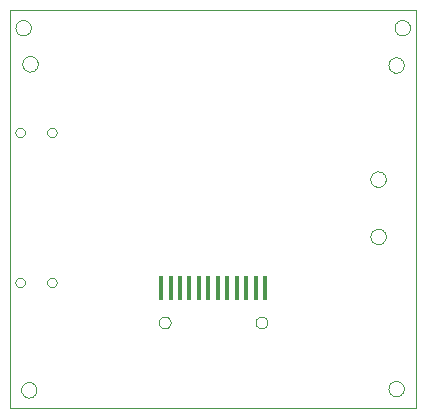
<source format=gtp>
G75*
G70*
%OFA0B0*%
%FSLAX24Y24*%
%IPPOS*%
%LPD*%
%AMOC8*
5,1,8,0,0,1.08239X$1,22.5*
%
%ADD10C,0.0000*%
%ADD11R,0.0157X0.0787*%
D10*
X000174Y000263D02*
X000174Y013537D01*
X013690Y013537D01*
X013690Y000263D01*
X000174Y000263D01*
X000540Y000869D02*
X000542Y000900D01*
X000548Y000931D01*
X000557Y000961D01*
X000570Y000990D01*
X000587Y001017D01*
X000607Y001041D01*
X000629Y001063D01*
X000655Y001082D01*
X000682Y001098D01*
X000711Y001110D01*
X000741Y001119D01*
X000772Y001124D01*
X000804Y001125D01*
X000835Y001122D01*
X000866Y001115D01*
X000896Y001105D01*
X000924Y001091D01*
X000950Y001073D01*
X000974Y001053D01*
X000995Y001029D01*
X001014Y001004D01*
X001029Y000976D01*
X001040Y000947D01*
X001048Y000916D01*
X001052Y000885D01*
X001052Y000853D01*
X001048Y000822D01*
X001040Y000791D01*
X001029Y000762D01*
X001014Y000734D01*
X000995Y000709D01*
X000974Y000685D01*
X000950Y000665D01*
X000924Y000647D01*
X000896Y000633D01*
X000866Y000623D01*
X000835Y000616D01*
X000804Y000613D01*
X000772Y000614D01*
X000741Y000619D01*
X000711Y000628D01*
X000682Y000640D01*
X000655Y000656D01*
X000629Y000675D01*
X000607Y000697D01*
X000587Y000721D01*
X000570Y000748D01*
X000557Y000777D01*
X000548Y000807D01*
X000542Y000838D01*
X000540Y000869D01*
X000348Y004448D02*
X000350Y004473D01*
X000356Y004497D01*
X000365Y004519D01*
X000378Y004540D01*
X000394Y004559D01*
X000413Y004575D01*
X000434Y004588D01*
X000456Y004597D01*
X000480Y004603D01*
X000505Y004605D01*
X000530Y004603D01*
X000554Y004597D01*
X000576Y004588D01*
X000597Y004575D01*
X000616Y004559D01*
X000632Y004540D01*
X000645Y004519D01*
X000654Y004497D01*
X000660Y004473D01*
X000662Y004448D01*
X000660Y004423D01*
X000654Y004399D01*
X000645Y004377D01*
X000632Y004356D01*
X000616Y004337D01*
X000597Y004321D01*
X000576Y004308D01*
X000554Y004299D01*
X000530Y004293D01*
X000505Y004291D01*
X000480Y004293D01*
X000456Y004299D01*
X000434Y004308D01*
X000413Y004321D01*
X000394Y004337D01*
X000378Y004356D01*
X000365Y004377D01*
X000356Y004399D01*
X000350Y004423D01*
X000348Y004448D01*
X001411Y004448D02*
X001413Y004473D01*
X001419Y004497D01*
X001428Y004519D01*
X001441Y004540D01*
X001457Y004559D01*
X001476Y004575D01*
X001497Y004588D01*
X001519Y004597D01*
X001543Y004603D01*
X001568Y004605D01*
X001593Y004603D01*
X001617Y004597D01*
X001639Y004588D01*
X001660Y004575D01*
X001679Y004559D01*
X001695Y004540D01*
X001708Y004519D01*
X001717Y004497D01*
X001723Y004473D01*
X001725Y004448D01*
X001723Y004423D01*
X001717Y004399D01*
X001708Y004377D01*
X001695Y004356D01*
X001679Y004337D01*
X001660Y004321D01*
X001639Y004308D01*
X001617Y004299D01*
X001593Y004293D01*
X001568Y004291D01*
X001543Y004293D01*
X001519Y004299D01*
X001497Y004308D01*
X001476Y004321D01*
X001457Y004337D01*
X001441Y004356D01*
X001428Y004377D01*
X001419Y004399D01*
X001413Y004423D01*
X001411Y004448D01*
X005127Y003113D02*
X005129Y003140D01*
X005135Y003167D01*
X005144Y003193D01*
X005157Y003217D01*
X005173Y003240D01*
X005192Y003259D01*
X005214Y003276D01*
X005238Y003290D01*
X005263Y003300D01*
X005290Y003307D01*
X005317Y003310D01*
X005345Y003309D01*
X005372Y003304D01*
X005398Y003296D01*
X005422Y003284D01*
X005445Y003268D01*
X005466Y003250D01*
X005483Y003229D01*
X005498Y003205D01*
X005509Y003180D01*
X005517Y003154D01*
X005521Y003127D01*
X005521Y003099D01*
X005517Y003072D01*
X005509Y003046D01*
X005498Y003021D01*
X005483Y002997D01*
X005466Y002976D01*
X005445Y002958D01*
X005423Y002942D01*
X005398Y002930D01*
X005372Y002922D01*
X005345Y002917D01*
X005317Y002916D01*
X005290Y002919D01*
X005263Y002926D01*
X005238Y002936D01*
X005214Y002950D01*
X005192Y002967D01*
X005173Y002986D01*
X005157Y003009D01*
X005144Y003033D01*
X005135Y003059D01*
X005129Y003086D01*
X005127Y003113D01*
X008355Y003113D02*
X008357Y003140D01*
X008363Y003167D01*
X008372Y003193D01*
X008385Y003217D01*
X008401Y003240D01*
X008420Y003259D01*
X008442Y003276D01*
X008466Y003290D01*
X008491Y003300D01*
X008518Y003307D01*
X008545Y003310D01*
X008573Y003309D01*
X008600Y003304D01*
X008626Y003296D01*
X008650Y003284D01*
X008673Y003268D01*
X008694Y003250D01*
X008711Y003229D01*
X008726Y003205D01*
X008737Y003180D01*
X008745Y003154D01*
X008749Y003127D01*
X008749Y003099D01*
X008745Y003072D01*
X008737Y003046D01*
X008726Y003021D01*
X008711Y002997D01*
X008694Y002976D01*
X008673Y002958D01*
X008651Y002942D01*
X008626Y002930D01*
X008600Y002922D01*
X008573Y002917D01*
X008545Y002916D01*
X008518Y002919D01*
X008491Y002926D01*
X008466Y002936D01*
X008442Y002950D01*
X008420Y002967D01*
X008401Y002986D01*
X008385Y003009D01*
X008372Y003033D01*
X008363Y003059D01*
X008357Y003086D01*
X008355Y003113D01*
X012182Y005983D02*
X012184Y006014D01*
X012190Y006045D01*
X012199Y006075D01*
X012212Y006104D01*
X012229Y006131D01*
X012249Y006155D01*
X012271Y006177D01*
X012297Y006196D01*
X012324Y006212D01*
X012353Y006224D01*
X012383Y006233D01*
X012414Y006238D01*
X012446Y006239D01*
X012477Y006236D01*
X012508Y006229D01*
X012538Y006219D01*
X012566Y006205D01*
X012592Y006187D01*
X012616Y006167D01*
X012637Y006143D01*
X012656Y006118D01*
X012671Y006090D01*
X012682Y006061D01*
X012690Y006030D01*
X012694Y005999D01*
X012694Y005967D01*
X012690Y005936D01*
X012682Y005905D01*
X012671Y005876D01*
X012656Y005848D01*
X012637Y005823D01*
X012616Y005799D01*
X012592Y005779D01*
X012566Y005761D01*
X012538Y005747D01*
X012508Y005737D01*
X012477Y005730D01*
X012446Y005727D01*
X012414Y005728D01*
X012383Y005733D01*
X012353Y005742D01*
X012324Y005754D01*
X012297Y005770D01*
X012271Y005789D01*
X012249Y005811D01*
X012229Y005835D01*
X012212Y005862D01*
X012199Y005891D01*
X012190Y005921D01*
X012184Y005952D01*
X012182Y005983D01*
X012182Y007893D02*
X012184Y007924D01*
X012190Y007955D01*
X012199Y007985D01*
X012212Y008014D01*
X012229Y008041D01*
X012249Y008065D01*
X012271Y008087D01*
X012297Y008106D01*
X012324Y008122D01*
X012353Y008134D01*
X012383Y008143D01*
X012414Y008148D01*
X012446Y008149D01*
X012477Y008146D01*
X012508Y008139D01*
X012538Y008129D01*
X012566Y008115D01*
X012592Y008097D01*
X012616Y008077D01*
X012637Y008053D01*
X012656Y008028D01*
X012671Y008000D01*
X012682Y007971D01*
X012690Y007940D01*
X012694Y007909D01*
X012694Y007877D01*
X012690Y007846D01*
X012682Y007815D01*
X012671Y007786D01*
X012656Y007758D01*
X012637Y007733D01*
X012616Y007709D01*
X012592Y007689D01*
X012566Y007671D01*
X012538Y007657D01*
X012508Y007647D01*
X012477Y007640D01*
X012446Y007637D01*
X012414Y007638D01*
X012383Y007643D01*
X012353Y007652D01*
X012324Y007664D01*
X012297Y007680D01*
X012271Y007699D01*
X012249Y007721D01*
X012229Y007745D01*
X012212Y007772D01*
X012199Y007801D01*
X012190Y007831D01*
X012184Y007862D01*
X012182Y007893D01*
X012784Y011696D02*
X012786Y011727D01*
X012792Y011758D01*
X012801Y011788D01*
X012814Y011817D01*
X012831Y011844D01*
X012851Y011868D01*
X012873Y011890D01*
X012899Y011909D01*
X012926Y011925D01*
X012955Y011937D01*
X012985Y011946D01*
X013016Y011951D01*
X013048Y011952D01*
X013079Y011949D01*
X013110Y011942D01*
X013140Y011932D01*
X013168Y011918D01*
X013194Y011900D01*
X013218Y011880D01*
X013239Y011856D01*
X013258Y011831D01*
X013273Y011803D01*
X013284Y011774D01*
X013292Y011743D01*
X013296Y011712D01*
X013296Y011680D01*
X013292Y011649D01*
X013284Y011618D01*
X013273Y011589D01*
X013258Y011561D01*
X013239Y011536D01*
X013218Y011512D01*
X013194Y011492D01*
X013168Y011474D01*
X013140Y011460D01*
X013110Y011450D01*
X013079Y011443D01*
X013048Y011440D01*
X013016Y011441D01*
X012985Y011446D01*
X012955Y011455D01*
X012926Y011467D01*
X012899Y011483D01*
X012873Y011502D01*
X012851Y011524D01*
X012831Y011548D01*
X012814Y011575D01*
X012801Y011604D01*
X012792Y011634D01*
X012786Y011665D01*
X012784Y011696D01*
X012989Y012940D02*
X012991Y012971D01*
X012997Y013002D01*
X013006Y013032D01*
X013019Y013061D01*
X013036Y013088D01*
X013056Y013112D01*
X013078Y013134D01*
X013104Y013153D01*
X013131Y013169D01*
X013160Y013181D01*
X013190Y013190D01*
X013221Y013195D01*
X013253Y013196D01*
X013284Y013193D01*
X013315Y013186D01*
X013345Y013176D01*
X013373Y013162D01*
X013399Y013144D01*
X013423Y013124D01*
X013444Y013100D01*
X013463Y013075D01*
X013478Y013047D01*
X013489Y013018D01*
X013497Y012987D01*
X013501Y012956D01*
X013501Y012924D01*
X013497Y012893D01*
X013489Y012862D01*
X013478Y012833D01*
X013463Y012805D01*
X013444Y012780D01*
X013423Y012756D01*
X013399Y012736D01*
X013373Y012718D01*
X013345Y012704D01*
X013315Y012694D01*
X013284Y012687D01*
X013253Y012684D01*
X013221Y012685D01*
X013190Y012690D01*
X013160Y012699D01*
X013131Y012711D01*
X013104Y012727D01*
X013078Y012746D01*
X013056Y012768D01*
X013036Y012792D01*
X013019Y012819D01*
X013006Y012848D01*
X012997Y012878D01*
X012991Y012909D01*
X012989Y012940D01*
X001411Y009448D02*
X001413Y009473D01*
X001419Y009497D01*
X001428Y009519D01*
X001441Y009540D01*
X001457Y009559D01*
X001476Y009575D01*
X001497Y009588D01*
X001519Y009597D01*
X001543Y009603D01*
X001568Y009605D01*
X001593Y009603D01*
X001617Y009597D01*
X001639Y009588D01*
X001660Y009575D01*
X001679Y009559D01*
X001695Y009540D01*
X001708Y009519D01*
X001717Y009497D01*
X001723Y009473D01*
X001725Y009448D01*
X001723Y009423D01*
X001717Y009399D01*
X001708Y009377D01*
X001695Y009356D01*
X001679Y009337D01*
X001660Y009321D01*
X001639Y009308D01*
X001617Y009299D01*
X001593Y009293D01*
X001568Y009291D01*
X001543Y009293D01*
X001519Y009299D01*
X001497Y009308D01*
X001476Y009321D01*
X001457Y009337D01*
X001441Y009356D01*
X001428Y009377D01*
X001419Y009399D01*
X001413Y009423D01*
X001411Y009448D01*
X000348Y009448D02*
X000350Y009473D01*
X000356Y009497D01*
X000365Y009519D01*
X000378Y009540D01*
X000394Y009559D01*
X000413Y009575D01*
X000434Y009588D01*
X000456Y009597D01*
X000480Y009603D01*
X000505Y009605D01*
X000530Y009603D01*
X000554Y009597D01*
X000576Y009588D01*
X000597Y009575D01*
X000616Y009559D01*
X000632Y009540D01*
X000645Y009519D01*
X000654Y009497D01*
X000660Y009473D01*
X000662Y009448D01*
X000660Y009423D01*
X000654Y009399D01*
X000645Y009377D01*
X000632Y009356D01*
X000616Y009337D01*
X000597Y009321D01*
X000576Y009308D01*
X000554Y009299D01*
X000530Y009293D01*
X000505Y009291D01*
X000480Y009293D01*
X000456Y009299D01*
X000434Y009308D01*
X000413Y009321D01*
X000394Y009337D01*
X000378Y009356D01*
X000365Y009377D01*
X000356Y009399D01*
X000350Y009423D01*
X000348Y009448D01*
X000580Y011735D02*
X000582Y011766D01*
X000588Y011797D01*
X000597Y011827D01*
X000610Y011856D01*
X000627Y011883D01*
X000647Y011907D01*
X000669Y011929D01*
X000695Y011948D01*
X000722Y011964D01*
X000751Y011976D01*
X000781Y011985D01*
X000812Y011990D01*
X000844Y011991D01*
X000875Y011988D01*
X000906Y011981D01*
X000936Y011971D01*
X000964Y011957D01*
X000990Y011939D01*
X001014Y011919D01*
X001035Y011895D01*
X001054Y011870D01*
X001069Y011842D01*
X001080Y011813D01*
X001088Y011782D01*
X001092Y011751D01*
X001092Y011719D01*
X001088Y011688D01*
X001080Y011657D01*
X001069Y011628D01*
X001054Y011600D01*
X001035Y011575D01*
X001014Y011551D01*
X000990Y011531D01*
X000964Y011513D01*
X000936Y011499D01*
X000906Y011489D01*
X000875Y011482D01*
X000844Y011479D01*
X000812Y011480D01*
X000781Y011485D01*
X000751Y011494D01*
X000722Y011506D01*
X000695Y011522D01*
X000669Y011541D01*
X000647Y011563D01*
X000627Y011587D01*
X000610Y011614D01*
X000597Y011643D01*
X000588Y011673D01*
X000582Y011704D01*
X000580Y011735D01*
X000351Y012940D02*
X000353Y012971D01*
X000359Y013002D01*
X000368Y013032D01*
X000381Y013061D01*
X000398Y013088D01*
X000418Y013112D01*
X000440Y013134D01*
X000466Y013153D01*
X000493Y013169D01*
X000522Y013181D01*
X000552Y013190D01*
X000583Y013195D01*
X000615Y013196D01*
X000646Y013193D01*
X000677Y013186D01*
X000707Y013176D01*
X000735Y013162D01*
X000761Y013144D01*
X000785Y013124D01*
X000806Y013100D01*
X000825Y013075D01*
X000840Y013047D01*
X000851Y013018D01*
X000859Y012987D01*
X000863Y012956D01*
X000863Y012924D01*
X000859Y012893D01*
X000851Y012862D01*
X000840Y012833D01*
X000825Y012805D01*
X000806Y012780D01*
X000785Y012756D01*
X000761Y012736D01*
X000735Y012718D01*
X000707Y012704D01*
X000677Y012694D01*
X000646Y012687D01*
X000615Y012684D01*
X000583Y012685D01*
X000552Y012690D01*
X000522Y012699D01*
X000493Y012711D01*
X000466Y012727D01*
X000440Y012746D01*
X000418Y012768D01*
X000398Y012792D01*
X000381Y012819D01*
X000368Y012848D01*
X000359Y012878D01*
X000353Y012909D01*
X000351Y012940D01*
X012784Y000909D02*
X012786Y000940D01*
X012792Y000971D01*
X012801Y001001D01*
X012814Y001030D01*
X012831Y001057D01*
X012851Y001081D01*
X012873Y001103D01*
X012899Y001122D01*
X012926Y001138D01*
X012955Y001150D01*
X012985Y001159D01*
X013016Y001164D01*
X013048Y001165D01*
X013079Y001162D01*
X013110Y001155D01*
X013140Y001145D01*
X013168Y001131D01*
X013194Y001113D01*
X013218Y001093D01*
X013239Y001069D01*
X013258Y001044D01*
X013273Y001016D01*
X013284Y000987D01*
X013292Y000956D01*
X013296Y000925D01*
X013296Y000893D01*
X013292Y000862D01*
X013284Y000831D01*
X013273Y000802D01*
X013258Y000774D01*
X013239Y000749D01*
X013218Y000725D01*
X013194Y000705D01*
X013168Y000687D01*
X013140Y000673D01*
X013110Y000663D01*
X013079Y000656D01*
X013048Y000653D01*
X013016Y000654D01*
X012985Y000659D01*
X012955Y000668D01*
X012926Y000680D01*
X012899Y000696D01*
X012873Y000715D01*
X012851Y000737D01*
X012831Y000761D01*
X012814Y000788D01*
X012801Y000817D01*
X012792Y000847D01*
X012786Y000878D01*
X012784Y000909D01*
D11*
X008670Y004255D03*
X008355Y004255D03*
X008040Y004255D03*
X007725Y004255D03*
X007411Y004255D03*
X007096Y004255D03*
X006781Y004255D03*
X006466Y004255D03*
X006151Y004255D03*
X005836Y004255D03*
X005521Y004255D03*
X005206Y004255D03*
M02*

</source>
